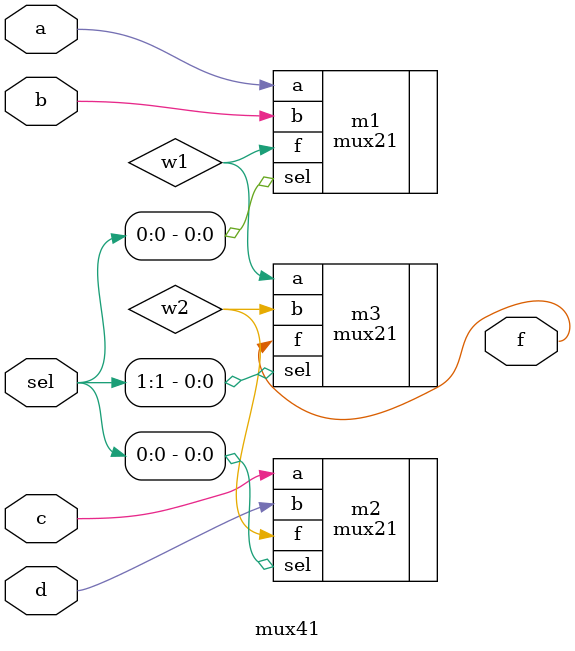
<source format=v>
module mux41 (
    output f,
    input a,
    input b,
    input c,
    input d,
    input [1:0] sel
);
  wire w1, w2;

  mux21 m1 (
      .f  (w1),
      .a  (a),
      .b  (b),
      .sel(sel[0])
  );
  mux21 m2 (
      .f  (w2),
      .a  (c),
      .b  (d),
      .sel(sel[0])
  );
  mux21 m3 (
      .f  (f),
      .a  (w1),
      .b  (w2),
      .sel(sel[1])
  );
endmodule

</source>
